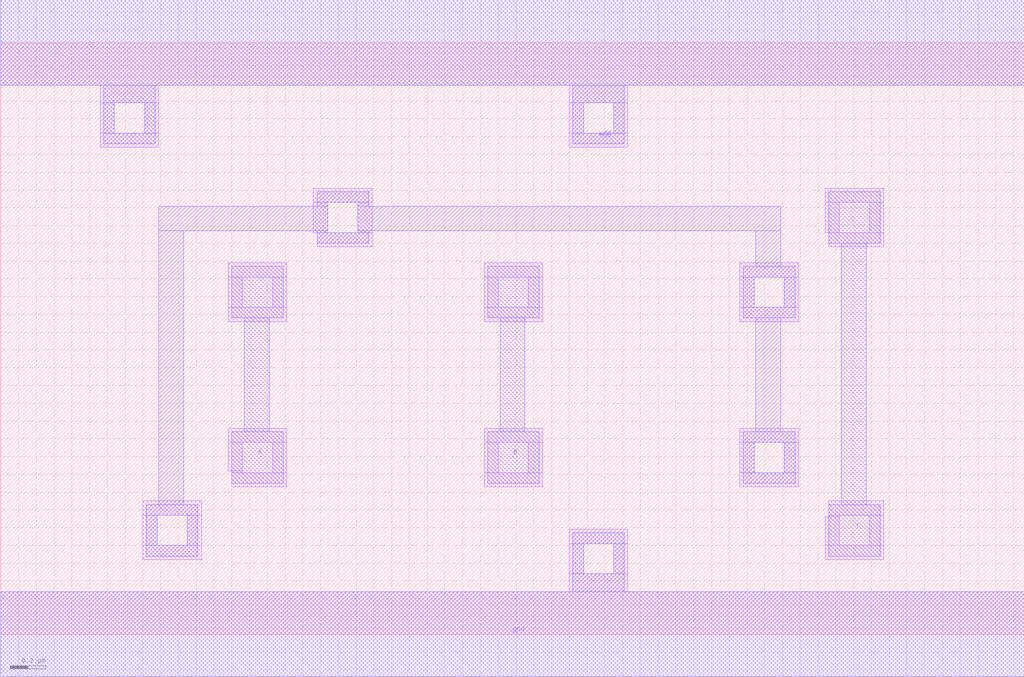
<source format=lef>
VERSION 5.7 ;
  NOWIREEXTENSIONATPIN ON ;
  DIVIDERCHAR "/" ;
  BUSBITCHARS "[]" ;
MACRO AND2X2
  CLASS CORE ;
  FOREIGN AND2X2 ;
  ORIGIN 0.000 0.000 ;
  SIZE 5.760 BY 3.330 ;
  SYMMETRY X Y R90 ;
  SITE unit ;
  PIN vdd
    DIRECTION INOUT ;
    USE POWER ;
    SHAPE ABUTMENT ;
    PORT
      LAYER met1 ;
        RECT 0.000 3.090 5.760 3.570 ;
        RECT 0.580 2.990 0.870 3.090 ;
        RECT 0.580 2.820 0.640 2.990 ;
        RECT 0.810 2.820 0.870 2.990 ;
        RECT 0.580 2.760 0.870 2.820 ;
        RECT 3.220 2.990 3.510 3.090 ;
        RECT 3.220 2.820 3.280 2.990 ;
        RECT 3.450 2.820 3.510 2.990 ;
        RECT 3.220 2.760 3.510 2.820 ;
    END
    PORT
      LAYER li1 ;
        RECT 0.000 3.090 5.760 3.570 ;
        RECT 0.560 2.990 0.890 3.090 ;
        RECT 0.560 2.820 0.640 2.990 ;
        RECT 0.810 2.820 0.890 2.990 ;
        RECT 0.560 2.740 0.890 2.820 ;
        RECT 3.200 2.990 3.530 3.090 ;
        RECT 3.200 2.820 3.280 2.990 ;
        RECT 3.450 2.820 3.530 2.990 ;
        RECT 3.200 2.740 3.530 2.820 ;
    END
  END vdd
  PIN gnd
    DIRECTION INOUT ;
    USE GROUND ;
    SHAPE ABUTMENT ;
    PORT
      LAYER met1 ;
        RECT 3.220 0.510 3.510 0.570 ;
        RECT 3.220 0.340 3.280 0.510 ;
        RECT 3.450 0.340 3.510 0.510 ;
        RECT 3.220 0.240 3.510 0.340 ;
        RECT 0.000 -0.240 5.760 0.240 ;
    END
    PORT
      LAYER li1 ;
        RECT 3.200 0.510 3.530 0.590 ;
        RECT 3.200 0.340 3.280 0.510 ;
        RECT 3.450 0.340 3.530 0.510 ;
        RECT 3.200 0.240 3.530 0.340 ;
        RECT 0.000 -0.240 5.760 0.240 ;
    END
  END gnd
  PIN Y
    DIRECTION INOUT ;
    USE SIGNAL ;
    SHAPE ABUTMENT ;
    PORT
      LAYER met1 ;
        RECT 4.660 2.200 4.950 2.490 ;
        RECT 4.730 0.730 4.870 2.200 ;
        RECT 4.660 0.440 4.950 0.730 ;
    END
  END Y
  PIN B
    DIRECTION INOUT ;
    USE SIGNAL ;
    SHAPE ABUTMENT ;
    PORT
      LAYER met1 ;
        RECT 2.740 1.780 3.030 2.070 ;
        RECT 2.810 1.140 2.950 1.780 ;
        RECT 2.740 0.850 3.030 1.140 ;
    END
  END B
  PIN A
    DIRECTION INOUT ;
    USE SIGNAL ;
    SHAPE ABUTMENT ;
    PORT
      LAYER met1 ;
        RECT 1.300 1.780 1.590 2.070 ;
        RECT 1.370 1.140 1.510 1.780 ;
        RECT 1.300 0.850 1.590 1.140 ;
    END
  END A
  OBS
      LAYER li1 ;
        RECT 1.760 2.430 2.090 2.510 ;
        RECT 1.760 2.260 1.840 2.430 ;
        RECT 2.010 2.260 2.090 2.430 ;
        RECT 4.640 2.430 4.970 2.510 ;
        RECT 4.640 2.260 4.720 2.430 ;
        RECT 4.890 2.260 4.970 2.430 ;
        RECT 1.780 2.180 2.090 2.260 ;
        RECT 4.660 2.180 4.970 2.260 ;
        RECT 1.280 2.010 1.610 2.090 ;
        RECT 1.280 1.840 1.360 2.010 ;
        RECT 1.530 1.840 1.610 2.010 ;
        RECT 1.280 1.760 1.610 1.840 ;
        RECT 2.720 2.010 3.050 2.090 ;
        RECT 2.720 1.840 2.800 2.010 ;
        RECT 2.970 1.840 3.050 2.010 ;
        RECT 2.720 1.760 3.050 1.840 ;
        RECT 4.160 2.010 4.490 2.090 ;
        RECT 4.160 1.840 4.240 2.010 ;
        RECT 4.410 1.840 4.490 2.010 ;
        RECT 4.160 1.760 4.490 1.840 ;
        RECT 1.280 1.080 1.610 1.160 ;
        RECT 1.280 0.920 1.360 1.080 ;
        RECT 1.300 0.910 1.360 0.920 ;
        RECT 1.530 0.910 1.610 1.080 ;
        RECT 1.300 0.830 1.610 0.910 ;
        RECT 2.720 1.080 3.050 1.160 ;
        RECT 2.720 0.910 2.800 1.080 ;
        RECT 2.970 0.910 3.050 1.080 ;
        RECT 2.720 0.830 3.050 0.910 ;
        RECT 4.160 1.080 4.490 1.160 ;
        RECT 4.160 0.910 4.240 1.080 ;
        RECT 4.410 0.910 4.490 1.080 ;
        RECT 4.160 0.830 4.490 0.910 ;
        RECT 0.800 0.670 1.130 0.750 ;
        RECT 0.800 0.500 0.880 0.670 ;
        RECT 1.050 0.500 1.130 0.670 ;
        RECT 4.660 0.670 4.970 0.750 ;
        RECT 4.660 0.660 4.720 0.670 ;
        RECT 0.800 0.420 1.130 0.500 ;
        RECT 4.640 0.500 4.720 0.660 ;
        RECT 4.890 0.500 4.970 0.670 ;
        RECT 4.640 0.420 4.970 0.500 ;
      LAYER met1 ;
        RECT 1.780 2.430 2.070 2.490 ;
        RECT 1.780 2.410 1.840 2.430 ;
        RECT 0.890 2.270 1.840 2.410 ;
        RECT 0.890 0.730 1.030 2.270 ;
        RECT 1.780 2.260 1.840 2.270 ;
        RECT 2.010 2.410 2.070 2.430 ;
        RECT 2.010 2.270 4.390 2.410 ;
        RECT 2.010 2.260 2.070 2.270 ;
        RECT 1.780 2.200 2.070 2.260 ;
        RECT 4.250 2.070 4.390 2.270 ;
        RECT 4.180 2.010 4.470 2.070 ;
        RECT 4.180 1.840 4.240 2.010 ;
        RECT 4.410 1.840 4.470 2.010 ;
        RECT 4.180 1.780 4.470 1.840 ;
        RECT 4.250 1.140 4.390 1.780 ;
        RECT 4.180 1.080 4.470 1.140 ;
        RECT 4.180 0.910 4.240 1.080 ;
        RECT 4.410 0.910 4.470 1.080 ;
        RECT 4.180 0.850 4.470 0.910 ;
        RECT 0.820 0.670 1.110 0.730 ;
        RECT 0.820 0.500 0.880 0.670 ;
        RECT 1.050 0.500 1.110 0.670 ;
        RECT 0.820 0.440 1.110 0.500 ;
  END
END AND2X2
END LIBRARY


</source>
